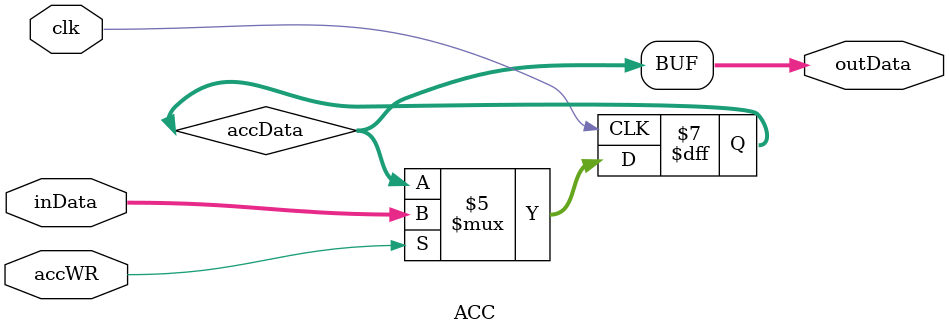
<source format=v>
module ACC (
	input wire clk, accWR,
	input wire [15 : 0] inData,
	output wire [15 : 0] outData
);

	reg [15 : 0] accData;

	assign outData = accData;

	initial begin
		accData = 0;
	end

	always @(negedge clk) begin
		if (accWR == 1)
			accData = inData;
	end

endmodule
</source>
